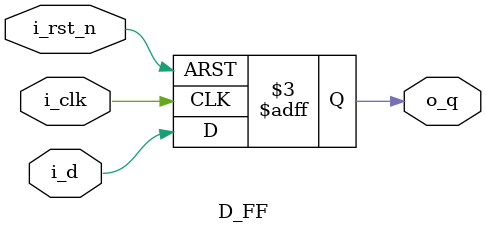
<source format=v>
module	D_FF(
	input	i_clk,
	input	i_rst_n,
	input	i_d,
	output reg o_q
);


always @(negedge i_clk or negedge i_rst_n) begin
	if(~i_rst_n)
		o_q <= 1'b0;
	else
		o_q <= i_d;
end
endmodule

</source>
